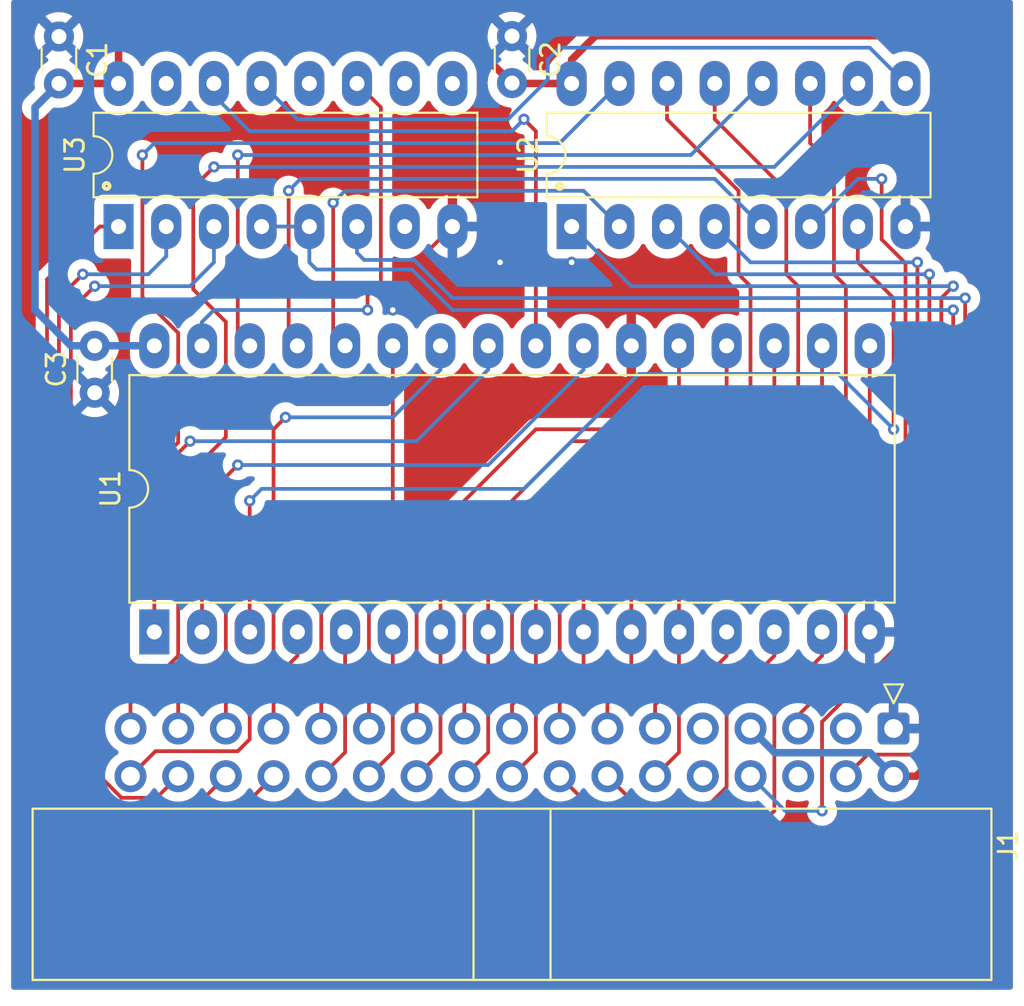
<source format=kicad_pcb>
(kicad_pcb (version 20240108) (generator "pcbnew") (generator_version "8.0")
  (layers (0 "F.Cu" signal) (31 "B.Cu" signal) (34 "B.Paste" user) (35 "F.Paste" user) (36 "B.SilkS" user "B.Silkscreen") (37 "F.SilkS" user "F.Silkscreen") (38 "B.Mask" user) (39 "F.Mask" user) (44 "Edge.Cuts" user))
  (net 0 "")
  (net 1 "/D0")
  (net 2 "/A10")
  (net 3 "/ø2")
  (net 4 "/~{A15}")
  (net 5 "/A2")
  (net 6 "/A7")
  (net 7 "/D3")
  (net 8 "/D4")
  (net 9 "/r{slash}~{w}")
  (net 10 "/D2")
  (net 11 "/D7")
  (net 12 "/A14")
  (net 13 "/D6")
  (net 14 "/A8")
  (net 15 "/A15")
  (net 16 "/~{NMI}")
  (net 17 "VCC")
  (net 18 "/A0")
  (net 19 "/A1")
  (net 20 "/D5")
  (net 21 "/A6")
  (net 22 "GND")
  (net 23 "/M16")
  (net 24 "/D1")
  (net 25 "/A4")
  (net 26 "/~{A13}")
  (net 27 "/~{RESET}")
  (net 28 "/A5")
  (net 29 "/A13")
  (net 30 "/A11")
  (net 31 "/A12")
  (net 32 "/A3")
  (net 33 "/A9")
  (net 34 "Net-(U1-A17)")
  (net 35 "Net-(U1-A13)")
  (net 36 "/ExROMRd")
  (net 37 "Net-(U1-A18)")
  (net 38 "Net-(U1-A15)")
  (net 39 "Net-(U1-A16)")
  (net 40 "/ExROMWr")
  (net 41 "Net-(U1-A14)")
  (net 42 "/ExReg")
  (footprint "PCM_Package_DIP_AKL:DIP-16_W7.62mm_LongPads" (layer "F.Cu") (at 146.685 115.57 90)
    (property "Reference" "U2" (at 3.81 -2.33 90) (layer "F.SilkS"))
    (property "Value" "74LS174" (hide yes))
    (fp_line (start 6.06 -1.33) (end 4.81 -1.33) (stroke (width 0.12)) (layer "F.SilkS"))
    (fp_line (start 2.81 -1.33) (end 1.56 -1.33) (stroke (width 0.12)) (layer "F.SilkS"))
    (fp_line (start 1.56 -1.33) (end 1.56 19.11) (stroke (width 0.12)) (layer "F.SilkS"))
    (fp_line (start 6.06 19.11) (end 6.06 -1.33) (stroke (width 0.12)) (layer "F.SilkS"))
    (fp_line (start 1.56 19.11) (end 6.06 19.11) (stroke (width 0.12)) (layer "F.SilkS"))
    (fp_arc (start 4.81 -1.33) (mid 3.81 -0.33) (end 2.81 -1.33) (stroke (width 0.12)) (layer "F.SilkS"))
    (fp_circle (center 2.159 -0.635) (end 2.359 -0.635) (stroke (width 0.12)) (fill none) (layer "F.SilkS"))
    (fp_circle (center 2.159 -0.635) (end 2.284 -0.635) (stroke (width 0.12)) (fill none) (layer "F.SilkS"))
    (fp_circle (center 2.159 -0.635) (end 2.209 -0.635) (stroke (width 0.12)) (fill none) (layer "F.SilkS"))
    (pad "1" thru_hole rect (at 0 0 90) (size 2.4 1.6) (drill 0.8) (layers "*.Cu" "*.Mask") (net 27 "/~{RESET}"))
    (pad "2" thru_hole oval (at 0 2.54 90) (size 2.4 1.6) (drill 0.8) (layers "*.Cu" "*.Mask") (net 35 "Net-(U1-A13)"))
    (pad "3" thru_hole oval (at 0 5.08 90) (size 2.4 1.6) (drill 0.8) (layers "*.Cu" "*.Mask") (net 18 "/A0"))
    (pad "4" thru_hole oval (at 0 7.62 90) (size 2.4 1.6) (drill 0.8) (layers "*.Cu" "*.Mask") (net 19 "/A1"))
    (pad "5" thru_hole oval (at 0 10.16 90) (size 2.4 1.6) (drill 0.8) (layers "*.Cu" "*.Mask") (net 41 "Net-(U1-A14)"))
    (pad "6" thru_hole oval (at 0 12.7 90) (size 2.4 1.6) (drill 0.8) (layers "*.Cu" "*.Mask") (net 5 "/A2"))
    (pad "7" thru_hole oval (at 0 15.24 90) (size 2.4 1.6) (drill 0.8) (layers "*.Cu" "*.Mask") (net 38 "Net-(U1-A15)"))
    (pad "8" thru_hole oval (at 0 17.78 90) (size 2.4 1.6) (drill 0.8) (layers "*.Cu" "*.Mask") (net 22 "GND"))
    (pad "9" thru_hole oval (at 7.62 17.78 90) (size 2.4 1.6) (drill 0.8) (layers "*.Cu" "*.Mask") (net 42 "/ExReg"))
    (pad "10" thru_hole oval (at 7.62 15.24 90) (size 2.4 1.6) (drill 0.8) (layers "*.Cu" "*.Mask") (net 39 "Net-(U1-A16)"))
    (pad "11" thru_hole oval (at 7.62 12.7 90) (size 2.4 1.6) (drill 0.8) (layers "*.Cu" "*.Mask") (net 32 "/A3"))
    (pad "12" thru_hole oval (at 7.62 10.16 90) (size 2.4 1.6) (drill 0.8) (layers "*.Cu" "*.Mask") (net 34 "Net-(U1-A17)"))
    (pad "13" thru_hole oval (at 7.62 7.62 90) (size 2.4 1.6) (drill 0.8) (layers "*.Cu" "*.Mask") (net 25 "/A4"))
    (pad "14" thru_hole oval (at 7.62 5.08 90) (size 2.4 1.6) (drill 0.8) (layers "*.Cu" "*.Mask") (net 28 "/A5"))
    (pad "15" thru_hole oval (at 7.62 2.54 90) (size 2.4 1.6) (drill 0.8) (layers "*.Cu" "*.Mask") (net 37 "Net-(U1-A18)"))
    (pad "16" thru_hole oval (at 7.62 0 90) (size 2.4 1.6) (drill 0.8) (layers "*.Cu" "*.Mask") (net 17 "VCC"))
  )
  (footprint "Capacitor_THT:C_Disc_D3.0mm_W1.6mm_P2.50mm" (layer "F.Cu") (at 119.38 105.45 -90)
    (property "Reference" "C1" (at 1.25 -2.05 90) (layer "F.SilkS"))
    (property "Value" "C")
    (fp_line (start 0.621 0.92) (end 1.879 0.92) (stroke (width 0.12)) (layer "F.SilkS"))
    (fp_line (start 0.621 -0.92) (end 1.879 -0.92) (stroke (width 0.12)) (layer "F.SilkS"))
    (pad "1" thru_hole circle (at 0 0 270) (size 1.6 1.6) (drill 0.8) (layers "*.Cu" "*.Mask") (net 22 "GND"))
    (pad "2" thru_hole circle (at 2.5 0 270) (size 1.6 1.6) (drill 0.8) (layers "*.Cu" "*.Mask") (net 17 "VCC"))
  )
  (footprint "Connector_IDC:IDC-Header_2x17_P2.54mm_Horizontal" (layer "F.Cu") (at 163.83 142.3025 -90)
    (property "Reference" "J1" (at 6.215 -6.1 90) (layer "F.SilkS"))
    (property "Value" "Conn_02x17_Odd_Even")
    (fp_line (start 4.27 45.85) (end 4.27 -5.21) (stroke (width 0.12)) (layer "F.SilkS"))
    (fp_line (start 13.39 45.85) (end 4.27 45.85) (stroke (width 0.12)) (layer "F.SilkS"))
    (fp_line (start 4.27 22.37) (end 13.39 22.37) (stroke (width 0.12)) (layer "F.SilkS"))
    (fp_line (start 4.27 18.27) (end 13.39 18.27) (stroke (width 0.12)) (layer "F.SilkS"))
    (fp_line (start -2.35 0.5) (end -1.35 0) (stroke (width 0.12)) (layer "F.SilkS"))
    (fp_line (start -1.35 0) (end -2.35 -0.5) (stroke (width 0.12)) (layer "F.SilkS"))
    (fp_line (start -2.35 -0.5) (end -2.35 0.5) (stroke (width 0.12)) (layer "F.SilkS"))
    (fp_line (start 4.27 -5.21) (end 13.39 -5.21) (stroke (width 0.12)) (layer "F.SilkS"))
    (fp_line (start 13.39 -5.21) (end 13.39 45.85) (stroke (width 0.12)) (layer "F.SilkS"))
    (pad "1" thru_hole roundrect (at 0 0 270) (size 1.7 1.7) (drill 1) (layers "*.Cu" "*.Mask") (roundrect_rratio 0.147059) (net 22 "GND"))
    (pad "2" thru_hole circle (at 2.54 0 270) (size 1.7 1.7) (drill 1) (layers "*.Cu" "*.Mask") (net 17 "VCC"))
    (pad "3" thru_hole circle (at 0 2.54 270) (size 1.7 1.7) (drill 1) (layers "*.Cu" "*.Mask") (net 23 "/M16"))
    (pad "4" thru_hole circle (at 2.54 2.54 270) (size 1.7 1.7) (drill 1) (layers "*.Cu" "*.Mask") (net 3 "/ø2"))
    (pad "5" thru_hole circle (at 0 5.08 270) (size 1.7 1.7) (drill 1) (layers "*.Cu" "*.Mask") (net 27 "/~{RESET}"))
    (pad "6" thru_hole circle (at 2.54 5.08 270) (size 1.7 1.7) (drill 1) (layers "*.Cu" "*.Mask") (net 16 "/~{NMI}"))
    (pad "7" thru_hole circle (at 0 7.62 270) (size 1.7 1.7) (drill 1) (layers "*.Cu" "*.Mask") (net 17 "VCC"))
    (pad "8" thru_hole circle (at 2.54 7.62 270) (size 1.7 1.7) (drill 1) (layers "*.Cu" "*.Mask") (net 4 "/~{A15}"))
    (pad "9" thru_hole circle (at 0 10.16 270) (size 1.7 1.7) (drill 1) (layers "*.Cu" "*.Mask") (net 26 "/~{A13}"))
    (pad "10" thru_hole circle (at 2.54 10.16 270) (size 1.7 1.7) (drill 1) (layers "*.Cu" "*.Mask") (net 9 "/r{slash}~{w}"))
    (pad "11" thru_hole circle (at 0 12.7 270) (size 1.7 1.7) (drill 1) (layers "*.Cu" "*.Mask") (net 18 "/A0"))
    (pad "12" thru_hole circle (at 2.54 12.7 270) (size 1.7 1.7) (drill 1) (layers "*.Cu" "*.Mask") (net 1 "/D0"))
    (pad "13" thru_hole circle (at 0 15.24 270) (size 1.7 1.7) (drill 1) (layers "*.Cu" "*.Mask") (net 19 "/A1"))
    (pad "14" thru_hole circle (at 2.54 15.24 270) (size 1.7 1.7) (drill 1) (layers "*.Cu" "*.Mask") (net 24 "/D1"))
    (pad "15" thru_hole circle (at 0 17.78 270) (size 1.7 1.7) (drill 1) (layers "*.Cu" "*.Mask") (net 5 "/A2"))
    (pad "16" thru_hole circle (at 2.54 17.78 270) (size 1.7 1.7) (drill 1) (layers "*.Cu" "*.Mask") (net 10 "/D2"))
    (pad "17" thru_hole circle (at 0 20.32 270) (size 1.7 1.7) (drill 1) (layers "*.Cu" "*.Mask") (net 32 "/A3"))
    (pad "18" thru_hole circle (at 2.54 20.32 270) (size 1.7 1.7) (drill 1) (layers "*.Cu" "*.Mask") (net 7 "/D3"))
    (pad "19" thru_hole circle (at 0 22.86 270) (size 1.7 1.7) (drill 1) (layers "*.Cu" "*.Mask") (net 25 "/A4"))
    (pad "20" thru_hole circle (at 2.54 22.86 270) (size 1.7 1.7) (drill 1) (layers "*.Cu" "*.Mask") (net 8 "/D4"))
    (pad "21" thru_hole circle (at 0 25.4 270) (size 1.7 1.7) (drill 1) (layers "*.Cu" "*.Mask") (net 28 "/A5"))
    (pad "22" thru_hole circle (at 2.54 25.4 270) (size 1.7 1.7) (drill 1) (layers "*.Cu" "*.Mask") (net 20 "/D5"))
    (pad "23" thru_hole circle (at 0 27.94 270) (size 1.7 1.7) (drill 1) (layers "*.Cu" "*.Mask") (net 21 "/A6"))
    (pad "24" thru_hole circle (at 2.54 27.94 270) (size 1.7 1.7) (drill 1) (layers "*.Cu" "*.Mask") (net 13 "/D6"))
    (pad "25" thru_hole circle (at 0 30.48 270) (size 1.7 1.7) (drill 1) (layers "*.Cu" "*.Mask") (net 6 "/A7"))
    (pad "26" thru_hole circle (at 2.54 30.48 270) (size 1.7 1.7) (drill 1) (layers "*.Cu" "*.Mask") (net 11 "/D7"))
    (pad "27" thru_hole circle (at 0 33.02 270) (size 1.7 1.7) (drill 1) (layers "*.Cu" "*.Mask") (net 14 "/A8"))
    (pad "28" thru_hole circle (at 2.54 33.02 270) (size 1.7 1.7) (drill 1) (layers "*.Cu" "*.Mask") (net 15 "/A15"))
    (pad "29" thru_hole circle (at 0 35.56 270) (size 1.7 1.7) (drill 1) (layers "*.Cu" "*.Mask") (net 33 "/A9"))
    (pad "30" thru_hole circle (at 2.54 35.56 270) (size 1.7 1.7) (drill 1) (layers "*.Cu" "*.Mask") (net 12 "/A14"))
    (pad "31" thru_hole circle (at 0 38.1 270) (size 1.7 1.7) (drill 1) (layers "*.Cu" "*.Mask") (net 2 "/A10"))
    (pad "32" thru_hole circle (at 2.54 38.1 270) (size 1.7 1.7) (drill 1) (layers "*.Cu" "*.Mask") (net 29 "/A13"))
    (pad "33" thru_hole circle (at 0 40.64 270) (size 1.7 1.7) (drill 1) (layers "*.Cu" "*.Mask") (net 30 "/A11"))
    (pad "34" thru_hole circle (at 2.54 40.64 270) (size 1.7 1.7) (drill 1) (layers "*.Cu" "*.Mask") (net 31 "/A12"))
  )
  (footprint "Capacitor_THT:C_Disc_D3.0mm_W1.6mm_P2.50mm" (layer "F.Cu") (at 143.51 105.43 -90)
    (property "Reference" "C2" (at 1.25 -2.05 90) (layer "F.SilkS"))
    (property "Value" "C")
    (fp_line (start 0.621 0.92) (end 1.879 0.92) (stroke (width 0.12)) (layer "F.SilkS"))
    (fp_line (start 0.621 -0.92) (end 1.879 -0.92) (stroke (width 0.12)) (layer "F.SilkS"))
    (pad "1" thru_hole circle (at 0 0 270) (size 1.6 1.6) (drill 0.8) (layers "*.Cu" "*.Mask") (net 22 "GND"))
    (pad "2" thru_hole circle (at 2.5 0 270) (size 1.6 1.6) (drill 0.8) (layers "*.Cu" "*.Mask") (net 17 "VCC"))
  )
  (footprint "PCM_Package_DIP_AKL:DIP-16_W7.62mm_LongPads" (layer "F.Cu") (at 122.555 115.57 90)
    (property "Reference" "U3" (at 3.81 -2.33 90) (layer "F.SilkS"))
    (property "Value" "74HC138" (hide yes))
    (fp_line (start 6.06 -1.33) (end 4.81 -1.33) (stroke (width 0.12)) (layer "F.SilkS"))
    (fp_line (start 2.81 -1.33) (end 1.56 -1.33) (stroke (width 0.12)) (layer "F.SilkS"))
    (fp_line (start 1.56 -1.33) (end 1.56 19.11) (stroke (width 0.12)) (layer "F.SilkS"))
    (fp_line (start 6.06 19.11) (end 6.06 -1.33) (stroke (width 0.12)) (layer "F.SilkS"))
    (fp_line (start 1.56 19.11) (end 6.06 19.11) (stroke (width 0.12)) (layer "F.SilkS"))
    (fp_arc (start 4.81 -1.33) (mid 3.81 -0.33) (end 2.81 -1.33) (stroke (width 0.12)) (layer "F.SilkS"))
    (fp_circle (center 2.159 -0.635) (end 2.359 -0.635) (stroke (width 0.12)) (fill none) (layer "F.SilkS"))
    (fp_circle (center 2.159 -0.635) (end 2.284 -0.635) (stroke (width 0.12)) (fill none) (layer "F.SilkS"))
    (fp_circle (center 2.159 -0.635) (end 2.209 -0.635) (stroke (width 0.12)) (fill none) (layer "F.SilkS"))
    (pad "1" thru_hole rect (at 0 0 90) (size 2.4 1.6) (drill 0.8) (layers "*.Cu" "*.Mask") (net 15 "/A15"))
    (pad "2" thru_hole oval (at 0 2.54 90) (size 2.4 1.6) (drill 0.8) (layers "*.Cu" "*.Mask") (net 12 "/A14"))
    (pad "3" thru_hole oval (at 0 5.08 90) (size 2.4 1.6) (drill 0.8) (layers "*.Cu" "*.Mask") (net 29 "/A13"))
    (pad "4" thru_hole oval (at 0 7.62 90) (size 2.4 1.6) (drill 0.8) (layers "*.Cu" "*.Mask") (net 4 "/~{A15}"))
    (pad "5" thru_hole oval (at 0 10.16 90) (size 2.4 1.6) (drill 0.8) (layers "*.Cu" "*.Mask") (net 4 "/~{A15}"))
    (pad "6" thru_hole oval (at 0 12.7 90) (size 2.4 1.6) (drill 0.8) (layers "*.Cu" "*.Mask") (net 3 "/ø2"))
    (pad "7" thru_hole oval (at 0 15.24 90) (size 2.4 1.6) (drill 0.8) (layers "*.Cu" "*.Mask"))
    (pad "8" thru_hole oval (at 0 17.78 90) (size 2.4 1.6) (drill 0.8) (layers "*.Cu" "*.Mask") (net 22 "GND"))
    (pad "9" thru_hole oval (at 7.62 17.78 90) (size 2.4 1.6) (drill 0.8) (layers "*.Cu" "*.Mask"))
    (pad "10" thru_hole oval (at 7.62 15.24 90) (size 2.4 1.6) (drill 0.8) (layers "*.Cu" "*.Mask"))
    (pad "11" thru_hole oval (at 7.62 12.7 90) (size 2.4 1.6) (drill 0.8) (layers "*.Cu" "*.Mask") (net 40 "/ExROMWr"))
    (pad "12" thru_hole oval (at 7.62 10.16 90) (size 2.4 1.6) (drill 0.8) (layers "*.Cu" "*.Mask"))
    (pad "13" thru_hole oval (at 7.62 7.62 90) (size 2.4 1.6) (drill 0.8) (layers "*.Cu" "*.Mask") (net 42 "/ExReg"))
    (pad "14" thru_hole oval (at 7.62 5.08 90) (size 2.4 1.6) (drill 0.8) (layers "*.Cu" "*.Mask") (net 36 "/ExROMRd"))
    (pad "15" thru_hole oval (at 7.62 2.54 90) (size 2.4 1.6) (drill 0.8) (layers "*.Cu" "*.Mask"))
    (pad "16" thru_hole oval (at 7.62 0 90) (size 2.4 1.6) (drill 0.8) (layers "*.Cu" "*.Mask") (net 17 "VCC"))
  )
  (footprint "Package_DIP:DIP-32_W15.24mm_LongPads" (layer "F.Cu") (at 124.46 137.16 90)
    (property "Reference" "U1" (at 7.62 -2.33 90) (layer "F.SilkS"))
    (property "Value" "SST39SF040")
    (fp_line (start 13.68 -1.33) (end 8.62 -1.33) (stroke (width 0.12)) (layer "F.SilkS"))
    (fp_line (start 6.62 -1.33) (end 1.56 -1.33) (stroke (width 0.12)) (layer "F.SilkS"))
    (fp_line (start 1.56 -1.33) (end 1.56 39.43) (stroke (width 0.12)) (layer "F.SilkS"))
    (fp_line (start 13.68 39.43) (end 13.68 -1.33) (stroke (width 0.12)) (layer "F.SilkS"))
    (fp_line (start 1.56 39.43) (end 13.68 39.43) (stroke (width 0.12)) (layer "F.SilkS"))
    (fp_arc (start 8.62 -1.33) (mid 7.62 -0.33) (end 6.62 -1.33) (stroke (width 0.12)) (layer "F.SilkS"))
    (pad "1" thru_hole rect (at 0 0 90) (size 2.4 1.6) (drill 0.8) (layers "*.Cu" "*.Mask") (net 37 "Net-(U1-A18)"))
    (pad "2" thru_hole oval (at 0 2.54 90) (size 2.4 1.6) (drill 0.8) (layers "*.Cu" "*.Mask") (net 39 "Net-(U1-A16)"))
    (pad "3" thru_hole oval (at 0 5.08 90) (size 2.4 1.6) (drill 0.8) (layers "*.Cu" "*.Mask") (net 38 "Net-(U1-A15)"))
    (pad "4" thru_hole oval (at 0 7.62 90) (size 2.4 1.6) (drill 0.8) (layers "*.Cu" "*.Mask") (net 31 "/A12"))
    (pad "5" thru_hole oval (at 0 10.16 90) (size 2.4 1.6) (drill 0.8) (layers "*.Cu" "*.Mask") (net 6 "/A7"))
    (pad "6" thru_hole oval (at 0 12.7 90) (size 2.4 1.6) (drill 0.8) (layers "*.Cu" "*.Mask") (net 21 "/A6"))
    (pad "7" thru_hole oval (at 0 15.24 90) (size 2.4 1.6) (drill 0.8) (layers "*.Cu" "*.Mask") (net 28 "/A5"))
    (pad "8" thru_hole oval (at 0 17.78 90) (size 2.4 1.6) (drill 0.8) (layers "*.Cu" "*.Mask") (net 25 "/A4"))
    (pad "9" thru_hole oval (at 0 20.32 90) (size 2.4 1.6) (drill 0.8) (layers "*.Cu" "*.Mask") (net 32 "/A3"))
    (pad "10" thru_hole oval (at 0 22.86 90) (size 2.4 1.6) (drill 0.8) (layers "*.Cu" "*.Mask") (net 5 "/A2"))
    (pad "11" thru_hole oval (at 0 25.4 90) (size 2.4 1.6) (drill 0.8) (layers "*.Cu" "*.Mask") (net 19 "/A1"))
    (pad "12" thru_hole oval (at 0 27.94 90) (size 2.4 1.6) (drill 0.8) (layers "*.Cu" "*.Mask") (net 18 "/A0"))
    (pad "13" thru_hole oval (at 0 30.48 90) (size 2.4 1.6) (drill 0.8) (layers "*.Cu" "*.Mask") (net 1 "/D0"))
    (pad "14" thru_hole oval (at 0 33.02 90) (size 2.4 1.6) (drill 0.8) (layers "*.Cu" "*.Mask") (net 24 "/D1"))
    (pad "15" thru_hole oval (at 0 35.56 90) (size 2.4 1.6) (drill 0.8) (layers "*.Cu" "*.Mask") (net 10 "/D2"))
    (pad "16" thru_hole oval (at 0 38.1 90) (size 2.4 1.6) (drill 0.8) (layers "*.Cu" "*.Mask") (net 22 "GND"))
    (pad "17" thru_hole oval (at 15.24 38.1 90) (size 2.4 1.6) (drill 0.8) (layers "*.Cu" "*.Mask") (net 7 "/D3"))
    (pad "18" thru_hole oval (at 15.24 35.56 90) (size 2.4 1.6) (drill 0.8) (layers "*.Cu" "*.Mask") (net 8 "/D4"))
    (pad "19" thru_hole oval (at 15.24 33.02 90) (size 2.4 1.6) (drill 0.8) (layers "*.Cu" "*.Mask") (net 20 "/D5"))
    (pad "20" thru_hole oval (at 15.24 30.48 90) (size 2.4 1.6) (drill 0.8) (layers "*.Cu" "*.Mask") (net 13 "/D6"))
    (pad "21" thru_hole oval (at 15.24 27.94 90) (size 2.4 1.6) (drill 0.8) (layers "*.Cu" "*.Mask") (net 11 "/D7"))
    (pad "22" thru_hole oval (at 15.24 25.4 90) (size 2.4 1.6) (drill 0.8) (layers "*.Cu" "*.Mask") (net 22 "GND"))
    (pad "23" thru_hole oval (at 15.24 22.86 90) (size 2.4 1.6) (drill 0.8) (layers "*.Cu" "*.Mask") (net 2 "/A10"))
    (pad "24" thru_hole oval (at 15.24 20.32 90) (size 2.4 1.6) (drill 0.8) (layers "*.Cu" "*.Mask") (net 36 "/ExROMRd"))
    (pad "25" thru_hole oval (at 15.24 17.78 90) (size 2.4 1.6) (drill 0.8) (layers "*.Cu" "*.Mask") (net 30 "/A11"))
    (pad "26" thru_hole oval (at 15.24 15.24 90) (size 2.4 1.6) (drill 0.8) (layers "*.Cu" "*.Mask") (net 33 "/A9"))
    (pad "27" thru_hole oval (at 15.24 12.7 90) (size 2.4 1.6) (drill 0.8) (layers "*.Cu" "*.Mask") (net 14 "/A8"))
    (pad "28" thru_hole oval (at 15.24 10.16 90) (size 2.4 1.6) (drill 0.8) (layers "*.Cu" "*.Mask") (net 35 "Net-(U1-A13)"))
    (pad "29" thru_hole oval (at 15.24 7.62 90) (size 2.4 1.6) (drill 0.8) (layers "*.Cu" "*.Mask") (net 41 "Net-(U1-A14)"))
    (pad "30" thru_hole oval (at 15.24 5.08 90) (size 2.4 1.6) (drill 0.8) (layers "*.Cu" "*.Mask") (net 34 "Net-(U1-A17)"))
    (pad "31" thru_hole oval (at 15.24 2.54 90) (size 2.4 1.6) (drill 0.8) (layers "*.Cu" "*.Mask") (net 40 "/ExROMWr"))
    (pad "32" thru_hole oval (at 15.24 0 90) (size 2.4 1.6) (drill 0.8) (layers "*.Cu" "*.Mask") (net 17 "VCC"))
  )
  (footprint "Capacitor_THT:C_Disc_D3.0mm_W1.6mm_P2.50mm" (layer "F.Cu") (at 121.285 124.42 90)
    (property "Reference" "C3" (at 1.25 -2.05 90) (layer "F.SilkS"))
    (property "Value" "C")
    (fp_line (start 0.621 -0.92) (end 1.879 -0.92) (stroke (width 0.12)) (layer "F.SilkS"))
    (fp_line (start 0.621 0.92) (end 1.879 0.92) (stroke (width 0.12)) (layer "F.SilkS"))
    (pad "1" thru_hole circle (at 0 0 90) (size 1.6 1.6) (drill 0.8) (layers "*.Cu" "*.Mask") (net 22 "GND"))
    (pad "2" thru_hole circle (at 2.5 0 90) (size 1.6 1.6) (drill 0.8) (layers "*.Cu" "*.Mask") (net 17 "VCC"))
  )
  (segment (start 154.94 137.16) (end 154.94 138.43) (width 0.2) (layer "F.Cu") (net 1))
  (segment (start 154.94 138.43) (end 152.4 140.97) (width 0.2) (layer "F.Cu") (net 1))
  (segment (start 152.4 143.5725) (end 151.13 144.8425) (width 0.2) (layer "F.Cu") (net 1))
  (segment (start 152.4 140.97) (end 152.4 143.5725) (width 0.2) (layer "F.Cu") (net 1))
  (segment (start 125.73 140.97) (end 125.73 142.3025) (width 0.2) (layer "F.Cu") (net 2))
  (segment (start 128.27 128.905) (end 128.27 138.43) (width 0.2) (layer "F.Cu") (net 2))
  (segment (start 128.905 128.27) (end 128.27 128.905) (width 0.2) (layer "F.Cu") (net 2))
  (segment (start 128.27 138.43) (end 125.73 140.97) (width 0.2) (layer "F.Cu") (net 2))
  (via (at 128.905 128.27) (size 0.6) (drill 0.3) (layers "F.Cu" "B.Cu") (net 2))
  (segment (start 128.905 128.27) (end 142.24 128.27) (width 0.2) (layer "B.Cu") (net 2))
  (segment (start 142.24 128.27) (end 147.32 123.19) (width 0.2) (layer "B.Cu") (net 2))
  (segment (start 147.32 123.19) (end 147.32 121.92) (width 0.2) (layer "B.Cu") (net 2))
  (segment (start 164.9175 143.6925) (end 162.44 143.6925) (width 0.2) (layer "F.Cu") (net 3))
  (segment (start 167.64 119.38) (end 167.64 140.97) (width 0.2) (layer "F.Cu") (net 3))
  (segment (start 162.44 143.6925) (end 161.29 144.8425) (width 0.2) (layer "F.Cu") (net 3))
  (segment (start 167.64 140.97) (end 164.9175 143.6925) (width 0.2) (layer "F.Cu") (net 3))
  (via (at 167.64 119.38) (size 0.6) (drill 0.3) (layers "F.Cu" "B.Cu") (net 3))
  (segment (start 135.255 116.967) (end 135.255 115.57) (width 0.2) (layer "B.Cu") (net 3))
  (segment (start 140.335 119.38) (end 138.303 117.348) (width 0.2) (layer "B.Cu") (net 3))
  (segment (start 167.64 119.38) (end 140.335 119.38) (width 0.2) (layer "B.Cu") (net 3))
  (segment (start 138.303 117.348) (end 135.636 117.348) (width 0.2) (layer "B.Cu") (net 3))
  (segment (start 135.636 117.348) (end 135.255 116.967) (width 0.2) (layer "B.Cu") (net 3))
  (segment (start 160.02 146.685) (end 160.02 141.946154) (width 0.2) (layer "F.Cu") (net 4))
  (segment (start 167.005 134.961154) (end 167.005 120.015) (width 0.2) (layer "F.Cu") (net 4))
  (segment (start 160.02 141.946154) (end 167.005 134.961154) (width 0.2) (layer "F.Cu") (net 4))
  (via (at 160.02 146.685) (size 0.6) (drill 0.3) (layers "F.Cu" "B.Cu") (net 4))
  (via (at 167.005 120.015) (size 0.6) (drill 0.3) (layers "F.Cu" "B.Cu") (net 4))
  (segment (start 132.715 115.57) (end 130.175 115.57) (width 0.2) (layer "B.Cu") (net 4))
  (segment (start 140.335 120.015) (end 138.176 117.856) (width 0.2) (layer "B.Cu") (net 4))
  (segment (start 138.176 117.856) (end 133.096 117.856) (width 0.2) (layer "B.Cu") (net 4))
  (segment (start 132.715 117.475) (end 132.715 115.57) (width 0.2) (layer "B.Cu") (net 4))
  (segment (start 158.0525 146.685) (end 160.02 146.685) (width 0.2) (layer "B.Cu") (net 4))
  (segment (start 133.096 117.856) (end 132.715 117.475) (width 0.2) (layer "B.Cu") (net 4))
  (segment (start 167.005 120.015) (end 140.335 120.015) (width 0.2) (layer "B.Cu") (net 4))
  (segment (start 156.21 144.8425) (end 158.0525 146.685) (width 0.2) (layer "B.Cu") (net 4))
  (segment (start 147.32 135.255) (end 147.32 137.16) (width 0.2) (layer "F.Cu") (net 5))
  (segment (start 146.05 140.97) (end 147.32 139.7) (width 0.2) (layer "F.Cu") (net 5))
  (segment (start 164.465 117.525635) (end 164.465 127) (width 0.2) (layer "F.Cu") (net 5))
  (segment (start 160.02 131.445) (end 151.13 131.445) (width 0.2) (layer "F.Cu") (net 5))
  (segment (start 147.32 139.7) (end 147.32 137.16) (width 0.2) (layer "F.Cu") (net 5))
  (segment (start 146.05 142.3025) (end 146.05 140.97) (width 0.2) (layer "F.Cu") (net 5))
  (segment (start 151.13 131.445) (end 147.32 135.255) (width 0.2) (layer "F.Cu") (net 5))
  (segment (start 163.195 113.03) (end 163.195 116.255635) (width 0.2) (layer "F.Cu") (net 5))
  (segment (start 164.465 127) (end 160.02 131.445) (width 0.2) (layer "F.Cu") (net 5))
  (segment (start 163.195 116.255635) (end 164.465 117.525635) (width 0.2) (layer "F.Cu") (net 5))
  (via (at 163.195 113.03) (size 0.6) (drill 0.3) (layers "F.Cu" "B.Cu") (net 5))
  (segment (start 161.925 113.03) (end 159.385 115.57) (width 0.2) (layer "B.Cu") (net 5))
  (segment (start 163.195 113.03) (end 161.925 113.03) (width 0.2) (layer "B.Cu") (net 5))
  (segment (start 134.62 139.7) (end 134.62 137.16) (width 0.2) (layer "F.Cu") (net 6))
  (segment (start 133.35 142.3025) (end 133.35 140.97) (width 0.2) (layer "F.Cu") (net 6))
  (segment (start 133.35 140.97) (end 134.62 139.7) (width 0.2) (layer "F.Cu") (net 6))
  (segment (start 146.05 139.7) (end 146.05 135.255) (width 0.2) (layer "F.Cu") (net 7))
  (segment (start 144.78 140.97) (end 146.05 139.7) (width 0.2) (layer "F.Cu") (net 7))
  (segment (start 144.78 143.5725) (end 144.78 140.97) (width 0.2) (layer "F.Cu") (net 7))
  (segment (start 162.56 127) (end 162.56 121.92) (width 0.2) (layer "F.Cu") (net 7))
  (segment (start 143.51 144.8425) (end 144.78 143.5725) (width 0.2) (layer "F.Cu") (net 7))
  (segment (start 150.495 130.81) (end 158.75 130.81) (width 0.2) (layer "F.Cu") (net 7))
  (segment (start 158.75 130.81) (end 162.56 127) (width 0.2) (layer "F.Cu") (net 7))
  (segment (start 146.05 135.255) (end 150.495 130.81) (width 0.2) (layer "F.Cu") (net 7))
  (segment (start 142.24 143.5725) (end 140.97 144.8425) (width 0.2) (layer "F.Cu") (net 8))
  (segment (start 143.51 139.7) (end 142.24 140.97) (width 0.2) (layer "F.Cu") (net 8))
  (segment (start 160.02 121.92) (end 160.02 127) (width 0.2) (layer "F.Cu") (net 8))
  (segment (start 157.48 129.54) (end 149.225 129.54) (width 0.2) (layer "F.Cu") (net 8))
  (segment (start 143.51 135.255) (end 143.51 139.7) (width 0.2) (layer "F.Cu") (net 8))
  (segment (start 160.02 127) (end 157.48 129.54) (width 0.2) (layer "F.Cu") (net 8))
  (segment (start 149.225 129.54) (end 143.51 135.255) (width 0.2) (layer "F.Cu") (net 8))
  (segment (start 142.24 140.97) (end 142.24 143.5725) (width 0.2) (layer "F.Cu") (net 8))
  (segment (start 148.5275 147.32) (end 156.845 147.32) (width 0.2) (layer "F.Cu") (net 10))
  (segment (start 157.48 146.685) (end 157.48 140.97) (width 0.2) (layer "F.Cu") (net 10))
  (segment (start 157.48 140.97) (end 160.02 138.43) (width 0.2) (layer "F.Cu") (net 10))
  (segment (start 156.845 147.32) (end 157.48 146.685) (width 0.2) (layer "F.Cu") (net 10))
  (segment (start 146.05 144.8425) (end 148.5275 147.32) (width 0.2) (layer "F.Cu") (net 10))
  (segment (start 160.02 138.43) (end 160.02 137.16) (width 0.2) (layer "F.Cu") (net 10))
  (segment (start 151.765 126.365) (end 152.4 125.73) (width 0.2) (layer "F.Cu") (net 11))
  (segment (start 135.89 135.255) (end 144.78 126.365) (width 0.2) (layer "F.Cu") (net 11))
  (segment (start 144.78 126.365) (end 151.765 126.365) (width 0.2) (layer "F.Cu") (net 11))
  (segment (start 134.62 143.5725) (end 134.62 140.995318) (width 0.2) (layer "F.Cu") (net 11))
  (segment (start 133.35 144.8425) (end 134.62 143.5725) (width 0.2) (layer "F.Cu") (net 11))
  (segment (start 152.4 125.73) (end 152.4 121.92) (width 0.2) (layer "F.Cu") (net 11))
  (segment (start 135.89 139.725318) (end 135.89 135.255) (width 0.2) (layer "F.Cu") (net 11))
  (segment (start 134.62 140.995318) (end 135.89 139.725318) (width 0.2) (layer "F.Cu") (net 11))
  (segment (start 119.38 143.224532) (end 122.547968 146.3925) (width 0.2) (layer "F.Cu") (net 12))
  (segment (start 126.72 146.3925) (end 128.27 144.8425) (width 0.2) (layer "F.Cu") (net 12))
  (segment (start 120.65 118.11) (end 119.38 119.38) (width 0.2) (layer "F.Cu") (net 12))
  (segment (start 119.38 119.38) (end 119.38 143.224532) (width 0.2) (layer "F.Cu") (net 12))
  (segment (start 122.547968 146.3925) (end 126.72 146.3925) (width 0.2) (layer "F.Cu") (net 12))
  (via (at 120.65 118.11) (size 0.6) (drill 0.3) (layers "F.Cu" "B.Cu") (net 12))
  (segment (start 125.095 117.1575) (end 125.095 115.57) (width 0.2) (layer "B.Cu") (net 12))
  (segment (start 124.1425 118.11) (end 125.095 117.1575) (width 0.2) (layer "B.Cu") (net 12))
  (segment (start 120.65 118.11) (end 124.1425 118.11) (width 0.2) (layer "B.Cu") (net 12))
  (segment (start 138.43 135.255) (end 138.43 139.7) (width 0.2) (layer "F.Cu") (net 13))
  (segment (start 138.43 139.7) (end 137.16 140.97) (width 0.2) (layer "F.Cu") (net 13))
  (segment (start 137.16 140.97) (end 137.16 143.5725) (width 0.2) (layer "F.Cu") (net 13))
  (segment (start 137.16 143.5725) (end 135.89 144.8425) (width 0.2) (layer "F.Cu") (net 13))
  (segment (start 152.4 127) (end 146.685 127) (width 0.2) (layer "F.Cu") (net 13))
  (segment (start 154.94 121.92) (end 154.94 124.46) (width 0.2) (layer "F.Cu") (net 13))
  (segment (start 154.94 124.46) (end 152.4 127) (width 0.2) (layer "F.Cu") (net 13))
  (segment (start 146.685 127) (end 138.43 135.255) (width 0.2) (layer "F.Cu") (net 13))
  (segment (start 137.16 131.445) (end 137.16 121.92) (width 0.2) (layer "F.Cu") (net 14))
  (segment (start 133.35 135.255) (end 137.16 131.445) (width 0.2) (layer "F.Cu") (net 14))
  (segment (start 133.35 138.43) (end 133.35 135.255) (width 0.2) (layer "F.Cu") (net 14))
  (segment (start 130.81 140.97) (end 133.35 138.43) (width 0.2) (layer "F.Cu") (net 14))
  (segment (start 130.81 142.3025) (end 130.81 140.97) (width 0.2) (layer "F.Cu") (net 14))
  (segment (start 121.555 115.57) (end 122.555 115.57) (width 0.2) (layer "F.Cu") (net 15))
  (segment (start 128.86 146.7925) (end 121.3925 146.7925) (width 0.2) (layer "F.Cu") (net 15))
  (segment (start 130.81 144.8425) (end 128.86 146.7925) (width 0.2) (layer "F.Cu") (net 15))
  (segment (start 118.745 118.38) (end 121.555 115.57) (width 0.2) (layer "F.Cu") (net 15))
  (segment (start 118.745 144.145) (end 118.745 118.38) (width 0.2) (layer "F.Cu") (net 15))
  (segment (start 121.3925 146.7925) (end 118.745 144.145) (width 0.2) (layer "F.Cu") (net 15))
  (segment (start 119.38 107.95) (end 122.555 107.95) (width 0.4) (layer "F.Cu") (net 17))
  (segment (start 146.685 107.95) (end 146.685 106.68) (width 0.4) (layer "F.Cu") (net 17))
  (segment (start 122.555 106.045) (end 123.19 105.41) (width 0.4) (layer "F.Cu") (net 17))
  (segment (start 118.11 109.22) (end 119.38 107.95) (width 0.4) (layer "F.Cu") (net 17))
  (segment (start 165.0375 144.8425) (end 163.83 144.8425) (width 0.4) (layer "F.Cu") (net 17))
  (segment (start 122.555 107.95) (end 122.555 106.045) (width 0.4) (layer "F.Cu") (net 17))
  (segment (start 168.91 107.95) (end 168.91 140.97) (width 0.4) (layer "F.Cu") (net 17))
  (segment (start 166.37 105.41) (end 168.91 107.95) (width 0.4) (layer "F.Cu") (net 17))
  (segment (start 123.19 105.41) (end 140.97 105.41) (width 0.4) (layer "F.Cu") (net 17))
  (segment (start 168.91 140.97) (end 165.0375 144.8425) (width 0.4) (layer "F.Cu") (net 17))
  (segment (start 140.97 105.41) (end 143.51 107.95) (width 0.4) (layer "F.Cu") (net 17))
  (segment (start 143.51 107.95) (end 146.685 107.95) (width 0.4) (layer "F.Cu") (net 17))
  (segment (start 147.955 105.41) (end 166.37 105.41) (width 0.4) (layer "F.Cu") (net 17))
  (segment (start 146.685 106.68) (end 147.955 105.41) (width 0.4) (layer "F.Cu") (net 17))
  (segment (start 120.015 121.92) (end 118.11 120.015) (width 0.4) (layer "B.Cu") (net 17))
  (segment (start 121.285 121.92) (end 124.46 121.92) (width 0.4) (layer "B.Cu") (net 17))
  (segment (start 121.285 121.92) (end 120.015 121.92) (width 0.4) (layer "B.Cu") (net 17))
  (segment (start 157.5 143.5925) (end 156.21 142.3025) (width 0.4) (layer "B.Cu") (net 17))
  (segment (start 163.83 144.8425) (end 162.58 143.5925) (width 0.4) (layer "B.Cu") (net 17))
  (segment (start 118.11 120.015) (end 118.11 109.22) (width 0.4) (layer "B.Cu") (net 17))
  (segment (start 162.58 143.5925) (end 157.5 143.5925) (width 0.4) (layer "B.Cu") (net 17))
  (segment (start 118.11 109.22) (end 119.38 107.95) (width 0.4) (layer "B.Cu") (net 17))
  (segment (start 152.4 135.255) (end 152.4 137.16) (width 0.2) (layer "F.Cu") (net 18))
  (segment (start 165.735 118.11) (end 165.735 128.27) (width 0.2) (layer "F.Cu") (net 18))
  (segment (start 152.4 139.769314) (end 152.4 137.16) (width 0.2) (layer "F.Cu") (net 18))
  (segment (start 165.735 128.27) (end 161.29 132.715) (width 0.2) (layer "F.Cu") (net 18))
  (segment (start 151.13 142.3025) (end 151.13 141.039314) (width 0.2) (layer "F.Cu") (net 18))
  (segment (start 161.29 132.715) (end 154.94 132.715) (width 0.2) (layer "F.Cu") (net 18))
  (segment (start 154.94 132.715) (end 152.4 135.255) (width 0.2) (layer "F.Cu") (net 18))
  (segment (start 151.13 141.039314) (end 152.4 139.769314) (width 0.2) (layer "F.Cu") (net 18))
  (via (at 165.735 118.11) (size 0.6) (drill 0.3) (layers "F.Cu" "B.Cu") (net 18))
  (segment (start 165.735 118.11) (end 154.305 118.11) (width 0.2) (layer "B.Cu") (net 18))
  (segment (start 154.305 118.11) (end 151.765 115.57) (width 0.2) (layer "B.Cu") (net 18))
  (segment (start 160.655 132.08) (end 153.035 132.08) (width 0.2) (layer "F.Cu") (net 19))
  (segment (start 165.1 117.475) (end 165.1 127.635) (width 0.2) (layer "F.Cu") (net 19))
  (segment (start 149.86 139.7) (end 149.86 137.16) (width 0.2) (layer "F.Cu") (net 19))
  (segment (start 153.035 132.08) (end 149.86 135.255) (width 0.2) (layer "F.Cu") (net 19))
  (segment (start 148.59 142.3025) (end 148.59 140.97) (width 0.2) (layer "F.Cu") (net 19))
  (segment (start 165.1 127.635) (end 160.655 132.08) (width 0.2) (layer "F.Cu") (net 19))
  (segment (start 148.59 140.97) (end 149.86 139.7) (width 0.2) (layer "F.Cu") (net 19))
  (segment (start 149.86 135.255) (end 149.86 137.16) (width 0.2) (layer "F.Cu") (net 19))
  (via (at 165.1 117.475) (size 0.6) (drill 0.3) (layers "F.Cu" "B.Cu") (net 19))
  (segment (start 156.21 117.475) (end 154.305 115.57) (width 0.2) (layer "B.Cu") (net 19))
  (segment (start 165.1 117.475) (end 156.21 117.475) (width 0.2) (layer "B.Cu") (net 19))
  (segment (start 147.955 128.27) (end 156.21 128.27) (width 0.2) (layer "F.Cu") (net 20))
  (segment (start 139.7 143.5725) (end 139.7 140.97) (width 0.2) (layer "F.Cu") (net 20))
  (segment (start 140.97 139.7) (end 140.97 135.255) (width 0.2) (layer "F.Cu") (net 20))
  (segment (start 157.48 127) (end 157.48 121.92) (width 0.2) (layer "F.Cu") (net 20))
  (segment (start 139.7 140.97) (end 140.97 139.7) (width 0.2) (layer "F.Cu") (net 20))
  (segment (start 156.21 128.27) (end 157.48 127) (width 0.2) (layer "F.Cu") (net 20))
  (segment (start 140.97 135.255) (end 147.955 128.27) (width 0.2) (layer "F.Cu") (net 20))
  (segment (start 138.43 144.8425) (end 139.7 143.5725) (width 0.2) (layer "F.Cu") (net 20))
  (segment (start 135.89 142.3025) (end 135.89 140.97) (width 0.2) (layer "F.Cu") (net 21))
  (segment (start 135.89 140.97) (end 137.16 139.7) (width 0.2) (layer "F.Cu") (net 21))
  (segment (start 137.16 139.7) (end 137.16 137.16) (width 0.2) (layer "F.Cu") (net 21))
  (segment (start 137.16 118.745) (end 137.16 120.015) (width 0.2) (layer "F.Cu") (net 22))
  (segment (start 140.335 115.57) (end 137.16 118.745) (width 0.2) (layer "F.Cu") (net 22))
  (via (at 146.685 117.475) (size 0.6) (drill 0.3) (layers "F.Cu" "B.Cu") (net 22))
  (via (at 137.16 120.015) (size 0.6) (drill 0.3) (layers "F.Cu" "B.Cu") (net 22))
  (via (at 142.875 117.475) (size 0.6) (drill 0.3) (layers "F.Cu" "B.Cu") (net 22))
  (segment (start 146.685 117.475) (end 142.875 117.475) (width 0.2) (layer "B.Cu") (net 22))
  (segment (start 153.67 146.685) (end 154.94 145.415) (width 0.2) (layer "F.Cu") (net 24))
  (segment (start 148.59 144.8425) (end 150.4325 146.685) (width 0.2) (layer "F.Cu") (net 24))
  (segment (start 157.48 138.43) (end 157.48 137.16) (width 0.2) (layer "F.Cu") (net 24))
  (segment (start 150.4325 146.685) (end 153.67 146.685) (width 0.2) (layer "F.Cu") (net 24))
  (segment (start 154.94 145.415) (end 154.94 140.97) (width 0.2) (layer "F.Cu") (net 24))
  (segment (start 154.94 140.97) (end 157.48 138.43) (width 0.2) (layer "F.Cu") (net 24))
  (segment (start 156.845 128.905) (end 148.59 128.905) (width 0.2) (layer "F.Cu") (net 25))
  (segment (start 148.59 128.905) (end 142.24 135.255) (width 0.2) (layer "F.Cu") (net 25))
  (segment (start 154.305 107.95) (end 154.305 109.855) (width 0.2) (layer "F.Cu") (net 25))
  (segment (start 154.305 109.855) (end 158.115 113.665) (width 0.2) (layer "F.Cu") (net 25))
  (segment (start 158.115 118.11) (end 158.75 118.745) (width 0.2) (layer "F.Cu") (net 25))
  (segment (start 158.115 113.665) (end 158.115 118.11) (width 0.2) (layer "F.Cu") (net 25))
  (segment (start 140.97 140.97) (end 142.24 139.7) (width 0.2) (layer "F.Cu") (net 25))
  (segment (start 142.24 139.7) (end 142.24 137.16) (width 0.2) (layer "F.Cu") (net 25))
  (segment (start 140.97 142.3025) (end 140.97 140.97) (width 0.2) (layer "F.Cu") (net 25))
  (segment (start 158.75 118.745) (end 158.75 127) (width 0.2) (layer "F.Cu") (net 25))
  (segment (start 158.75 127) (end 156.845 128.905) (width 0.2) (layer "F.Cu") (net 25))
  (segment (start 142.24 135.255) (end 142.24 137.16) (width 0.2) (layer "F.Cu") (net 25))
  (segment (start 167.005 118.745) (end 166.37 119.38) (width 0.2) (layer "F.Cu") (net 27))
  (segment (start 166.37 128.905) (end 161.29 133.985) (width 0.2) (layer "F.Cu") (net 27))
  (segment (start 166.37 119.38) (end 166.37 128.905) (width 0.2) (layer "F.Cu") (net 27))
  (segment (start 161.29 139.065) (end 158.75 141.605) (width 0.2) (layer "F.Cu") (net 27))
  (segment (start 161.29 133.985) (end 161.29 139.065) (width 0.2) (layer "F.Cu") (net 27))
  (segment (start 158.75 141.605) (end 158.75 142.3025) (width 0.2) (layer "F.Cu") (net 27))
  (via (at 167.005 118.745) (size 0.6) (drill 0.3) (layers "F.Cu" "B.Cu") (net 27))
  (segment (start 167.005 118.745) (end 149.86 118.745) (width 0.2) (layer "B.Cu") (net 27))
  (segment (start 149.86 118.745) (end 146.685 115.57) (width 0.2) (layer "B.Cu") (net 27))
  (segment (start 151.765 107.95) (end 151.765 109.855) (width 0.2) (layer "F.Cu") (net 28))
  (segment (start 138.43 140.97) (end 139.7 139.7) (width 0.2) (layer "F.Cu") (net 28))
  (segment (start 147.32 127.635) (end 139.7 135.255) (width 0.2) (layer "F.Cu") (net 28))
  (segment (start 139.7 135.255) (end 139.7 137.16) (width 0.2) (layer "F.Cu") (net 28))
  (segment (start 138.43 142.3025) (end 138.43 140.97) (width 0.2) (layer "F.Cu") (net 28))
  (segment (start 139.7 139.7) (end 139.7 137.16) (width 0.2) (layer "F.Cu") (net 28))
  (segment (start 156.21 126.365) (end 154.94 127.635) (width 0.2) (layer "F.Cu") (net 28))
  (segment (start 156.21 118.745) (end 156.21 126.365) (width 0.2) (layer "F.Cu") (net 28))
  (segment (start 154.94 127.635) (end 147.32 127.635) (width 0.2) (layer "F.Cu") (net 28))
  (segment (start 155.575 118.11) (end 156.21 118.745) (width 0.2) (layer "F.Cu") (net 28))
  (segment (start 151.765 109.855) (end 155.575 113.665) (width 0.2) (layer "F.Cu") (net 28))
  (segment (start 155.575 113.665) (end 155.575 118.11) (width 0.2) (layer "F.Cu") (net 28))
  (segment (start 122.713654 145.9925) (end 120.015 143.293846) (width 0.2) (layer "F.Cu") (net 29))
  (segment (start 120.015 143.293846) (end 120.015 120.65) (width 0.2) (layer "F.Cu") (net 29))
  (segment (start 124.58 145.9925) (end 122.713654 145.9925) (width 0.2) (layer "F.Cu") (net 29))
  (segment (start 125.73 144.8425) (end 124.58 145.9925) (width 0.2) (layer "F.Cu") (net 29))
  (segment (start 120.015 120.015) (end 121.285 118.745) (width 0.2) (layer "F.Cu") (net 29))
  (segment (start 120.015 120.65) (end 120.015 120.015) (width 0.2) (layer "F.Cu") (net 29))
  (via (at 121.285 118.745) (size 0.6) (drill 0.3) (layers "F.Cu" "B.Cu") (net 29))
  (segment (start 126.365 118.745) (end 127.635 117.475) (width 0.2) (layer "B.Cu") (net 29))
  (segment (start 121.285 118.745) (end 126.365 118.745) (width 0.2) (layer "B.Cu") (net 29))
  (segment (start 127.635 117.475) (end 127.635 115.57) (width 0.2) (layer "B.Cu") (net 29))
  (segment (start 126.365 127) (end 125.73 127.635) (width 0.2) (layer "F.Cu") (net 30))
  (segment (start 125.73 127.635) (end 125.73 138.43) (width 0.2) (layer "F.Cu") (net 30))
  (segment (start 125.73 138.43) (end 123.19 140.97) (width 0.2) (layer "F.Cu") (net 30))
  (segment (start 123.19 140.97) (end 123.19 142.3025) (width 0.2) (layer "F.Cu") (net 30))
  (via (at 126.365 127) (size 0.6) (drill 0.3) (layers "F.Cu" "B.Cu") (net 30))
  (segment (start 138.43 127) (end 142.24 123.19) (width 0.2) (layer "B.Cu") (net 30))
  (segment (start 126.365 127) (end 138.43 127) (width 0.2) (layer "B.Cu") (net 30))
  (segment (start 142.24 123.19) (end 142.24 121.92) (width 0.2) (layer "B.Cu") (net 30))
  (segment (start 129.54 142.875) (end 129.54 140.97) (width 0.2) (layer "F.Cu") (net 31))
  (segment (start 128.905 143.51) (end 129.54 142.875) (width 0.2) (layer "F.Cu") (net 31))
  (segment (start 123.19 144.8425) (end 124.5225 143.51) (width 0.2) (layer "F.Cu") (net 31))
  (segment (start 132.08 138.43) (end 132.08 137.16) (width 0.2) (layer "F.Cu") (net 31))
  (segment (start 124.5225 143.51) (end 128.905 143.51) (width 0.2) (layer "F.Cu") (net 31))
  (segment (start 129.54 140.97) (end 132.08 138.43) (width 0.2) (layer "F.Cu") (net 31))
  (segment (start 159.385 111.125) (end 160.655 112.395) (width 0.2) (layer "F.Cu") (net 32))
  (segment (start 149.86 130.175) (end 144.78 135.255) (width 0.2) (layer "F.Cu") (net 32))
  (segment (start 158.115 130.175) (end 149.86 130.175) (width 0.2) (layer "F.Cu") (net 32))
  (segment (start 160.655 112.395) (end 160.655 118.11) (width 0.2) (layer "F.Cu") (net 32))
  (segment (start 160.655 118.11) (end 161.29 118.745) (width 0.2) (layer "F.Cu") (net 32))
  (segment (start 144.78 139.769314) (end 144.78 137.16) (width 0.2) (layer "F.Cu") (net 32))
  (segment (start 161.29 127) (end 158.115 130.175) (width 0.2) (layer "F.Cu") (net 32))
  (segment (start 143.51 141.039314) (end 144.78 139.769314) (width 0.2) (layer "F.Cu") (net 32))
  (segment (start 161.29 118.745) (end 161.29 127) (width 0.2) (layer "F.Cu") (net 32))
  (segment (start 144.78 135.255) (end 144.78 137.16) (width 0.2) (layer "F.Cu") (net 32))
  (segment (start 159.385 107.95) (end 159.385 111.125) (width 0.2) (layer "F.Cu") (net 32))
  (segment (start 143.51 142.3025) (end 143.51 141.039314) (width 0.2) (layer "F.Cu") (net 32))
  (segment (start 130.81 138.43) (end 128.27 140.97) (width 0.2) (layer "F.Cu") (net 33))
  (segment (start 128.27 140.97) (end 128.27 142.3025) (width 0.2) (layer "F.Cu") (net 33))
  (segment (start 131.445 125.73) (end 130.81 126.365) (width 0.2) (layer "F.Cu") (net 33))
  (segment (start 130.81 126.365) (end 130.81 138.43) (width 0.2) (layer "F.Cu") (net 33))
  (via (at 131.445 125.73) (size 0.6) (drill 0.3) (layers "F.Cu" "B.Cu") (net 33))
  (segment (start 139.7 123.19) (end 139.7 121.92) (width 0.2) (layer "B.Cu") (net 33))
  (segment (start 131.445 125.73) (end 137.16 125.73) (width 0.2) (layer "B.Cu") (net 33))
  (segment (start 137.16 125.73) (end 139.7 123.19) (width 0.2) (layer "B.Cu") (net 33))
  (segment (start 128.905 121.285) (end 129.54 121.92) (width 0.2) (layer "F.Cu") (net 34))
  (segment (start 128.905 111.76) (end 128.905 121.285) (width 0.2) (layer "F.Cu") (net 34))
  (via (at 128.905 111.76) (size 0.6) (drill 0.3) (layers "F.Cu" "B.Cu") (net 34))
  (segment (start 153.035 111.76) (end 156.845 107.95) (width 0.2) (layer "B.Cu") (net 34))
  (segment (start 128.905 111.76) (end 153.035 111.76) (width 0.2) (layer "B.Cu") (net 34))
  (segment (start 133.985 114.3) (end 133.985 121.285) (width 0.2) (layer "F.Cu") (net 35))
  (segment (start 133.985 121.285) (end 134.62 121.92) (width 0.2) (layer "F.Cu") (net 35))
  (via (at 133.985 114.3) (size 0.6) (drill 0.3) (layers "F.Cu" "B.Cu") (net 35))
  (segment (start 147.32 113.665) (end 149.225 115.57) (width 0.2) (layer "B.Cu") (net 35))
  (segment (start 134.62 113.665) (end 147.32 113.665) (width 0.2) (layer "B.Cu") (net 35))
  (segment (start 133.985 114.3) (end 134.62 113.665) (width 0.2) (layer "B.Cu") (net 35))
  (segment (start 144.78 110.49) (end 144.78 121.92) (width 0.2) (layer "F.Cu") (net 36))
  (segment (start 144.145 109.855) (end 144.78 110.49) (width 0.2) (layer "F.Cu") (net 36))
  (via (at 144.145 109.855) (size 0.6) (drill 0.3) (layers "F.Cu" "B.Cu") (net 36))
  (segment (start 129.54 110.49) (end 143.51 110.49) (width 0.2) (layer "B.Cu") (net 36))
  (segment (start 127.635 108.585) (end 129.54 110.49) (width 0.2) (layer "B.Cu") (net 36))
  (segment (start 127.635 107.95) (end 127.635 108.585) (width 0.2) (layer "B.Cu") (net 36))
  (segment (start 143.51 110.49) (end 144.145 109.855) (width 0.2) (layer "B.Cu") (net 36))
  (segment (start 123.825 119.329365) (end 125.73 121.234365) (width 0.2) (layer "F.Cu") (net 37))
  (segment (start 125.73 121.234365) (end 125.73 127.069314) (width 0.2) (layer "F.Cu") (net 37))
  (segment (start 123.825 111.76) (end 123.825 119.329365) (width 0.2) (layer "F.Cu") (net 37))
  (segment (start 124.46 128.339314) (end 124.46 137.16) (width 0.2) (layer "F.Cu") (net 37))
  (segment (start 125.73 127.069314) (end 124.46 128.339314) (width 0.2) (layer "F.Cu") (net 37))
  (via (at 123.825 111.76) (size 0.6) (drill 0.3) (layers "F.Cu" "B.Cu") (net 37))
  (segment (start 123.825 111.76) (end 124.46 111.125) (width 0.2) (layer "B.Cu") (net 37))
  (segment (start 124.46 111.125) (end 146.05 111.125) (width 0.2) (layer "B.Cu") (net 37))
  (segment (start 146.05 111.125) (end 149.225 107.95) (width 0.2) (layer "B.Cu") (net 37))
  (segment (start 129.54 130.175) (end 129.54 137.16) (width 0.2) (layer "F.Cu") (net 38))
  (segment (start 161.925 117.475) (end 163.83 119.38) (width 0.2) (layer "F.Cu") (net 38))
  (segment (start 161.925 115.57) (end 161.925 117.475) (width 0.2) (layer "F.Cu") (net 38))
  (segment (start 163.83 119.38) (end 163.83 126.365) (width 0.2) (layer "F.Cu") (net 38))
  (via (at 129.54 130.175) (size 0.6) (drill 0.3) (layers "F.Cu" "B.Cu") (net 38))
  (via (at 163.83 126.365) (size 0.6) (drill 0.3) (layers "F.Cu" "B.Cu") (net 38))
  (segment (start 150.265 123.42) (end 144.145 129.54) (width 0.2) (layer "B.Cu") (net 38))
  (segment (start 163.83 126.365) (end 160.885 123.42) (width 0.2) (layer "B.Cu") (net 38))
  (segment (start 160.885 123.42) (end 150.265 123.42) (width 0.2) (layer "B.Cu") (net 38))
  (segment (start 144.145 129.54) (end 130.175 129.54) (width 0.2) (layer "B.Cu") (net 38))
  (segment (start 130.175 129.54) (end 129.54 130.175) (width 0.2) (layer "B.Cu") (net 38))
  (segment (start 127.635 112.395) (end 126.535 113.495) (width 0.2) (layer "F.Cu") (net 39))
  (segment (start 127 128.056471) (end 127 137.16) (width 0.2) (layer "F.Cu") (net 39))
  (segment (start 126.535 113.495) (end 126.535 118.915) (width 0.2) (layer "F.Cu") (net 39))
  (segment (start 128.27 120.65) (end 128.27 126.786471) (width 0.2) (layer "F.Cu") (net 39))
  (segment (start 126.535 118.915) (end 128.27 120.65) (width 0.2) (layer "F.Cu") (net 39))
  (segment (start 128.27 126.786471) (end 127 128.056471) (width 0.2) (layer "F.Cu") (net 39))
  (via (at 127.635 112.395) (size 0.6) (drill 0.3) (layers "F.Cu" "B.Cu") (net 39))
  (segment (start 157.48 112.395) (end 127.635 112.395) (width 0.2) (layer "B.Cu") (net 39))
  (segment (start 161.925 107.95) (end 157.48 112.395) (width 0.2) (layer "B.Cu") (net 39))
  (segment (start 136.525 118.531471) (end 136.525 109.22) (width 0.2) (layer "F.Cu") (net 40))
  (segment (start 135.817892 120.015) (end 135.817892 119.238579) (width 0.2) (layer "F.Cu") (net 40))
  (segment (start 136.525 109.22) (end 135.255 107.95) (width 0.2) (layer "F.Cu") (net 40))
  (segment (start 135.817892 119.238579) (end 136.525 118.531471) (width 0.2) (layer "F.Cu") (net 40))
  (via (at 135.817892 120.015) (size 0.6) (drill 0.3) (layers "F.Cu" "B.Cu") (net 40))
  (segment (start 127 120.65) (end 127 121.92) (width 0.2) (layer "B.Cu") (net 40))
  (segment (start 135.817892 120.015) (end 127.635 120.015) (width 0.2) (layer "B.Cu") (net 40))
  (segment (start 127.635 120.015) (end 127 120.65) (width 0.2) (layer "B.Cu") (net 40))
  (segment (start 131.615 113.665) (end 131.615 121.455) (width 0.2) (layer "F.Cu") (net 41))
  (segment (start 131.615 121.455) (end 132.08 121.92) (width 0.2) (layer "F.Cu") (net 41))
  (via (at 131.615 113.665) (size 0.6) (drill 0.3) (layers "F.Cu" "B.Cu") (net 41))
  (segment (start 131.615 113.665) (end 132.25 113.03) (width 0.2) (layer "B.Cu") (net 41))
  (segment (start 132.25 113.03) (end 154.305 113.03) (width 0.2) (layer "B.Cu") (net 41))
  (segment (start 154.305 113.03) (end 156.845 115.57) (width 0.2) (layer "B.Cu") (net 41))
  (segment (start 143.296471 109.855) (end 145.415 107.736471) (width 0.2) (layer "B.Cu") (net 42))
  (segment (start 132.08 109.855) (end 143.296471 109.855) (width 0.2) (layer "B.Cu") (net 42))
  (segment (start 146.05 106.045) (end 162.56 106.045) (width 0.2) (layer "B.Cu") (net 42))
  (segment (start 145.415 107.736471) (end 145.415 106.68) (width 0.2) (layer "B.Cu") (net 42))
  (segment (start 145.415 106.68) (end 146.05 106.045) (width 0.2) (layer "B.Cu") (net 42))
  (segment (start 162.56 106.045) (end 164.465 107.95) (width 0.2) (layer "B.Cu") (net 42))
  (segment (start 130.175 107.95) (end 132.08 109.855) (width 0.2) (layer "B.Cu") (net 42))
  (zone (net 22) (net_name "GND") (layers "F&B.Cu") (connect_pads (clearance 0.5)) (min_thickness 0.25) (fill yes (thermal_gap 0.5) (thermal_bridge_width 0.5))
    (polygon (pts (xy 170.18 156.21) (xy 116.84 156.21) (xy 116.84 103.505) (xy 170.18 103.505)))
  )
)
</source>
